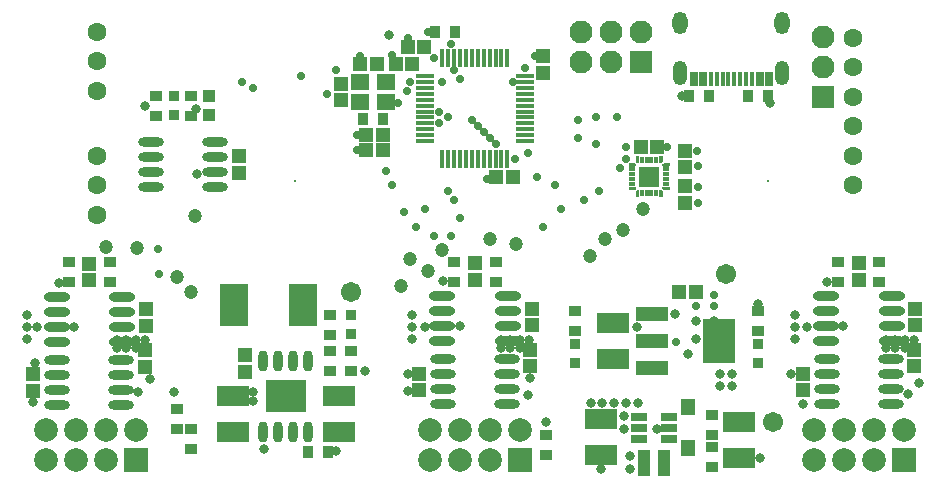
<source format=gbr>
%TF.GenerationSoftware,Altium Limited,Altium Designer,24.0.1 (36)*%
G04 Layer_Color=8388736*
%FSLAX45Y45*%
%MOMM*%
%TF.SameCoordinates,1D19F893-C717-4D0B-B0CE-957F46A24576*%
%TF.FilePolarity,Negative*%
%TF.FileFunction,Soldermask,Top*%
%TF.Part,Single*%
G01*
G75*
%TA.AperFunction,NonConductor*%
%ADD80C,0.25000*%
%TA.AperFunction,SMDPad,CuDef*%
%ADD81C,1.20320*%
%ADD82R,1.15320X1.30320*%
%ADD83R,1.30320X1.15320*%
%ADD84R,1.10320X0.90320*%
%ADD85R,0.65004X1.20002*%
%ADD86R,0.40002X1.20002*%
%ADD87O,2.24820X0.79121*%
%ADD88O,2.15341X0.77160*%
%ADD89R,2.80159X1.73660*%
%ADD90R,0.90160X0.90160*%
%ADD91R,0.30160X0.60660*%
%ADD92R,0.60660X0.30160*%
%ADD93R,1.80160X1.80160*%
%ADD94R,0.90320X1.10320*%
%ADD95O,1.60002X0.37003*%
%ADD96O,0.37003X1.60002*%
%ADD97R,1.60320X1.40320*%
%ADD98R,1.00320X1.00320*%
%ADD99R,1.40320X0.80320*%
%ADD100R,1.05321X2.20320*%
%ADD101R,1.15321X1.40320*%
%ADD102R,2.67320X1.18321*%
%ADD103R,2.67320X3.80319*%
%ADD104C,1.70320*%
%ADD105O,0.80320X1.80320*%
%ADD106R,3.40319X2.70319*%
%ADD107R,2.35321X3.52321*%
%TA.AperFunction,ComponentPad*%
%ADD108O,1.30002X1.90002*%
%ADD109O,1.20002X2.10002*%
%ADD110C,2.00320*%
%ADD111R,2.00320X2.00320*%
%ADD112C,1.95320*%
%ADD113R,1.95320X1.95320*%
%ADD114R,1.95320X1.95320*%
%ADD115C,1.60002*%
%TA.AperFunction,ViaPad*%
%ADD116C,0.20320*%
%ADD117C,0.70320*%
%ADD118C,0.80320*%
G36*
X607976Y-459929D02*
X608476Y-459976D01*
X608489Y-459980D01*
X608502Y-459981D01*
X608968Y-460123D01*
X609439Y-460263D01*
X609450Y-460269D01*
X609463Y-460273D01*
X609887Y-460499D01*
X610327Y-460732D01*
X610338Y-460741D01*
X610349Y-460746D01*
X610727Y-461057D01*
X611107Y-461365D01*
X611115Y-461375D01*
X611126Y-461384D01*
X611442Y-461769D01*
X611749Y-462139D01*
X611755Y-462150D01*
X611763Y-462160D01*
X611986Y-462577D01*
X612227Y-463022D01*
X612231Y-463035D01*
X612237Y-463046D01*
X612374Y-463499D01*
X612523Y-463982D01*
X612524Y-463996D01*
X612528Y-464008D01*
X612575Y-464484D01*
X612627Y-464982D01*
X612677Y-474982D01*
X612676Y-474994D01*
X612678Y-475009D01*
X612627Y-475518D01*
X612584Y-475982D01*
X612580Y-475995D01*
X612579Y-476009D01*
X612437Y-476474D01*
X612297Y-476945D01*
X612290Y-476957D01*
X612287Y-476970D01*
X612074Y-477367D01*
X611828Y-477833D01*
X611818Y-477845D01*
X611813Y-477856D01*
X611535Y-478194D01*
X611195Y-478613D01*
X611183Y-478623D01*
X611175Y-478633D01*
X601178Y-488622D01*
X601177Y-488624D01*
X601175Y-488625D01*
D01*
X601145Y-488650D01*
X600400Y-489261D01*
X599514Y-489734D01*
X599513Y-489735D01*
X599512Y-489735D01*
X598669Y-489991D01*
X598553Y-490026D01*
X598552D01*
X598551Y-490026D01*
X597896Y-490091D01*
X597553Y-490124D01*
X557002D01*
X556002Y-490026D01*
X555041Y-489734D01*
X554155Y-489261D01*
X553378Y-488624D01*
X552741Y-487847D01*
X552267Y-486961D01*
X551976Y-486000D01*
X551877Y-485000D01*
Y-465007D01*
X551976Y-464008D01*
X552267Y-463046D01*
X552741Y-462160D01*
X553378Y-461384D01*
X554155Y-460746D01*
X555041Y-460273D01*
X556002Y-459981D01*
X557002Y-459883D01*
X607502D01*
X607976Y-459929D01*
D02*
G37*
G36*
X625030Y-487326D02*
X625045Y-487325D01*
X635043Y-487383D01*
X635544Y-487436D01*
X636012Y-487482D01*
X636026Y-487486D01*
X636042Y-487488D01*
X636527Y-487638D01*
X636974Y-487773D01*
X636987Y-487780D01*
X637002Y-487785D01*
X637437Y-488021D01*
X637860Y-488247D01*
X637871Y-488257D01*
X637885Y-488264D01*
X638252Y-488569D01*
X638637Y-488884D01*
X638646Y-488896D01*
X638658Y-488906D01*
X638971Y-489291D01*
X639274Y-489661D01*
X639280Y-489673D01*
X639291Y-489686D01*
X639528Y-490136D01*
X639747Y-490547D01*
X639752Y-490561D01*
X639759Y-490575D01*
X639900Y-491051D01*
X640039Y-491508D01*
X640040Y-491523D01*
X640045Y-491538D01*
X640091Y-492036D01*
X640137Y-492508D01*
Y-543011D01*
X640039Y-544011D01*
X639747Y-544972D01*
X639274Y-545858D01*
X638637Y-546635D01*
X637860Y-547272D01*
X636974Y-547745D01*
X636012Y-548037D01*
X635013Y-548136D01*
X615015D01*
X614016Y-548037D01*
X613054Y-547745D01*
X612168Y-547272D01*
X611391Y-546635D01*
X610754Y-545858D01*
X610281Y-544972D01*
X609989Y-544011D01*
X609891Y-543011D01*
Y-502465D01*
X609890Y-502462D01*
X609989Y-501463D01*
X609989Y-501461D01*
Y-501460D01*
X610139Y-500966D01*
X610280Y-500501D01*
X610280Y-500500D01*
X610281Y-500499D01*
X610587Y-499925D01*
X610753Y-499615D01*
X610753Y-499614D01*
X610754Y-499613D01*
X611251Y-499007D01*
X611390Y-498838D01*
X611390Y-498837D01*
X611391Y-498836D01*
X611393Y-498835D01*
X621390Y-488828D01*
X621402Y-488818D01*
X621413Y-488805D01*
X621805Y-488486D01*
X622166Y-488190D01*
X622180Y-488183D01*
X622193Y-488172D01*
X622640Y-487937D01*
X623052Y-487716D01*
X623067Y-487711D01*
X623082Y-487704D01*
X623561Y-487561D01*
X624013Y-487424D01*
X624029Y-487422D01*
X624045Y-487418D01*
X624521Y-487373D01*
X625013Y-487325D01*
X625030Y-487326D01*
D02*
G37*
G36*
X825502Y-487376D02*
X825979Y-487421D01*
X825992Y-487425D01*
X826004Y-487426D01*
X826457Y-487563D01*
X826942Y-487708D01*
X826954Y-487714D01*
X826966Y-487718D01*
X827362Y-487929D01*
X827830Y-488177D01*
X827842Y-488186D01*
X827852Y-488191D01*
X828201Y-488477D01*
X828610Y-488810D01*
X828619Y-488820D01*
X828629Y-488828D01*
X838627Y-498827D01*
X838628Y-498828D01*
X839266Y-499605D01*
X839739Y-500491D01*
X840031Y-501452D01*
X840130Y-502452D01*
X840129Y-502455D01*
Y-543001D01*
X840031Y-544000D01*
X839739Y-544962D01*
X839266Y-545848D01*
X838628Y-546625D01*
X837852Y-547262D01*
X836966Y-547735D01*
X836004Y-548027D01*
X835005Y-548125D01*
X815005D01*
X814005Y-548027D01*
X813044Y-547735D01*
X812158Y-547262D01*
X811381Y-546625D01*
X810744Y-545848D01*
X810270Y-544962D01*
X809979Y-544000D01*
X809880Y-543001D01*
Y-492503D01*
X809927Y-492028D01*
X809973Y-491529D01*
X809977Y-491516D01*
X809979Y-491503D01*
X810120Y-491037D01*
X810260Y-490566D01*
X810266Y-490555D01*
X810270Y-490542D01*
X810497Y-490118D01*
X810729Y-489677D01*
X810738Y-489667D01*
X810744Y-489656D01*
X811054Y-489278D01*
X811363Y-488898D01*
X811372Y-488890D01*
X811381Y-488879D01*
X811766Y-488563D01*
X812136Y-488256D01*
X812148Y-488250D01*
X812158Y-488242D01*
X812574Y-488019D01*
X813019Y-487778D01*
X813033Y-487774D01*
X813044Y-487768D01*
X813496Y-487631D01*
X813980Y-487482D01*
X813993Y-487481D01*
X814005Y-487477D01*
X814481Y-487430D01*
X814979Y-487378D01*
X824979Y-487327D01*
X824991Y-487328D01*
X825005Y-487327D01*
X825502Y-487376D01*
D02*
G37*
G36*
X894003Y-459984D02*
X894964Y-460275D01*
X895850Y-460749D01*
X896627Y-461386D01*
X897264Y-462163D01*
X897738Y-463049D01*
X898029Y-464010D01*
X898128Y-465010D01*
Y-485007D01*
X898029Y-486007D01*
X897738Y-486969D01*
X897264Y-487854D01*
X896627Y-488631D01*
X895850Y-489269D01*
X894964Y-489742D01*
X894003Y-490034D01*
X893003Y-490132D01*
X852454D01*
X852451Y-490132D01*
X851451Y-490034D01*
X850780Y-489830D01*
X850491Y-489742D01*
X850490Y-489742D01*
D01*
X850429Y-489709D01*
X849605Y-489269D01*
X848828Y-488631D01*
X848827Y-488630D01*
X838830Y-478630D01*
X838823Y-478622D01*
X838813Y-478614D01*
X838483Y-478207D01*
X838193Y-477854D01*
X838188Y-477844D01*
X838180Y-477834D01*
X837942Y-477383D01*
X837720Y-476968D01*
X837716Y-476957D01*
X837711Y-476946D01*
X837574Y-476486D01*
X837428Y-476007D01*
X837427Y-475994D01*
X837424Y-475983D01*
X837380Y-475523D01*
X837330Y-475007D01*
X837331Y-474994D01*
X837330Y-474983D01*
X837378Y-464985D01*
X837430Y-464488D01*
X837477Y-464010D01*
X837480Y-463999D01*
X837481Y-463986D01*
X837628Y-463511D01*
X837768Y-463049D01*
X837774Y-463038D01*
X837778Y-463026D01*
X838009Y-462598D01*
X838242Y-462163D01*
X838250Y-462153D01*
X838255Y-462143D01*
X838556Y-461780D01*
X838879Y-461386D01*
X838889Y-461378D01*
X838896Y-461369D01*
X839254Y-461079D01*
X839656Y-460749D01*
X839667Y-460743D01*
X839676Y-460735D01*
X840091Y-460516D01*
X840542Y-460275D01*
X840554Y-460272D01*
X840564Y-460266D01*
X841013Y-460132D01*
X841503Y-459984D01*
X841516Y-459983D01*
X841527Y-459979D01*
X841974Y-459937D01*
X842503Y-459885D01*
X893003D01*
X894003Y-459984D01*
D02*
G37*
G36*
X636000Y-201976D02*
X636961Y-202267D01*
X637847Y-202741D01*
X638624Y-203378D01*
X639261Y-204155D01*
X639735Y-205041D01*
X640026Y-206002D01*
X640125Y-207002D01*
Y-257502D01*
X640078Y-257977D01*
X640031Y-258476D01*
X640027Y-258489D01*
X640026Y-258502D01*
X639885Y-258968D01*
X639744Y-259439D01*
X639738Y-259451D01*
X639735Y-259463D01*
X639508Y-259887D01*
X639276Y-260328D01*
X639267Y-260338D01*
X639261Y-260349D01*
X638951Y-260727D01*
X638642Y-261107D01*
X638632Y-261115D01*
X638624Y-261126D01*
X638238Y-261442D01*
X637869Y-261749D01*
X637857Y-261755D01*
X637847Y-261763D01*
X637431Y-261986D01*
X636985Y-262227D01*
X636972Y-262231D01*
X636961Y-262237D01*
X636509Y-262374D01*
X636025Y-262523D01*
X636012Y-262524D01*
X636000Y-262528D01*
X635523Y-262575D01*
X635026Y-262627D01*
X625026Y-262678D01*
X625014Y-262677D01*
X625000Y-262678D01*
X624503Y-262629D01*
X624026Y-262584D01*
X624013Y-262580D01*
X624000Y-262579D01*
X623548Y-262442D01*
X623063Y-262297D01*
X623051Y-262291D01*
X623039Y-262288D01*
X622643Y-262076D01*
X622175Y-261829D01*
X622163Y-261819D01*
X622153Y-261814D01*
X621804Y-261528D01*
X621394Y-261195D01*
X621386Y-261185D01*
X621376Y-261177D01*
X611378Y-251178D01*
X611376Y-251177D01*
X610739Y-250400D01*
X610265Y-249514D01*
X609974Y-248553D01*
X609875Y-247553D01*
X609875Y-247550D01*
Y-207002D01*
X609974Y-206002D01*
X610265Y-205041D01*
X610739Y-204155D01*
X611376Y-203378D01*
X612153Y-202741D01*
X613039Y-202267D01*
X614000Y-201976D01*
X615000Y-201877D01*
X635000D01*
X636000Y-201976D01*
D02*
G37*
G36*
X598553Y-259974D02*
X599514Y-260266D01*
X600400Y-260739D01*
X601177Y-261376D01*
X611177Y-271377D01*
X611185Y-271386D01*
X611195Y-271395D01*
X611513Y-271787D01*
X611814Y-272153D01*
X611820Y-272164D01*
X611828Y-272175D01*
X612061Y-272615D01*
X612287Y-273039D01*
X612291Y-273052D01*
X612297Y-273063D01*
X612431Y-273512D01*
X612579Y-274000D01*
X612580Y-274015D01*
X612584Y-274026D01*
X612626Y-274476D01*
X612678Y-275000D01*
X612676Y-275014D01*
X612677Y-275026D01*
X612627Y-285026D01*
X612575Y-285529D01*
X612528Y-286000D01*
X612525Y-286012D01*
X612523Y-286026D01*
X612372Y-286516D01*
X612237Y-286961D01*
X612231Y-286972D01*
X612227Y-286985D01*
X611980Y-287441D01*
X611763Y-287847D01*
X611755Y-287857D01*
X611749Y-287869D01*
X611422Y-288262D01*
X611126Y-288624D01*
X611116Y-288632D01*
X611107Y-288643D01*
X610712Y-288964D01*
X610349Y-289261D01*
X610338Y-289267D01*
X610327Y-289276D01*
X609887Y-289508D01*
X609463Y-289735D01*
X609450Y-289739D01*
X609439Y-289745D01*
X608968Y-289885D01*
X608502Y-290026D01*
X608489Y-290028D01*
X608476Y-290031D01*
X607976Y-290078D01*
X607502Y-290125D01*
X557002D01*
X556002Y-290026D01*
X555041Y-289735D01*
X554155Y-289261D01*
X553378Y-288624D01*
X552741Y-287847D01*
X552267Y-286961D01*
X551976Y-286000D01*
X551877Y-285000D01*
Y-265000D01*
X551976Y-264000D01*
X552267Y-263039D01*
X552741Y-262153D01*
X553378Y-261376D01*
X554155Y-260739D01*
X555041Y-260266D01*
X556002Y-259974D01*
X557002Y-259876D01*
X597550D01*
X597553Y-259875D01*
X598553Y-259974D01*
D02*
G37*
G36*
X836004Y-201981D02*
X836966Y-202272D01*
X837852Y-202746D01*
X838628Y-203383D01*
X839266Y-204160D01*
X839739Y-205046D01*
X840031Y-206007D01*
X840129Y-207007D01*
Y-247554D01*
X840130Y-247557D01*
X840031Y-248557D01*
X840031Y-248557D01*
Y-248558D01*
X839881Y-249053D01*
X839740Y-249518D01*
X839739Y-249518D01*
X839739Y-249519D01*
X839266Y-250405D01*
X838628Y-251182D01*
X838627Y-251183D01*
X828629Y-261186D01*
X828619Y-261194D01*
X828609Y-261206D01*
X828206Y-261533D01*
X827853Y-261823D01*
X827841Y-261830D01*
X827829Y-261839D01*
X827382Y-262075D01*
X826967Y-262297D01*
X826953Y-262301D01*
X826940Y-262308D01*
X826486Y-262443D01*
X826006Y-262589D01*
X825990Y-262591D01*
X825978Y-262595D01*
X825526Y-262637D01*
X825006Y-262688D01*
X824991Y-262687D01*
X824977Y-262688D01*
X814977Y-262634D01*
X814475Y-262582D01*
X814005Y-262536D01*
X813992Y-262532D01*
X813978Y-262531D01*
X813488Y-262379D01*
X813044Y-262244D01*
X813032Y-262238D01*
X813018Y-262234D01*
X812567Y-261990D01*
X812158Y-261771D01*
X812147Y-261762D01*
X812135Y-261756D01*
X811745Y-261433D01*
X811381Y-261134D01*
X811373Y-261123D01*
X811362Y-261114D01*
X811047Y-260727D01*
X810744Y-260357D01*
X810737Y-260345D01*
X810728Y-260334D01*
X810499Y-259900D01*
X810270Y-259471D01*
X810266Y-259458D01*
X810260Y-259446D01*
X810120Y-258975D01*
X809979Y-258510D01*
X809977Y-258496D01*
X809973Y-258483D01*
X809927Y-257985D01*
X809880Y-257510D01*
Y-207007D01*
X809979Y-206007D01*
X810270Y-205046D01*
X810744Y-204160D01*
X811381Y-203383D01*
X812158Y-202746D01*
X813044Y-202272D01*
X814005Y-201981D01*
X815005Y-201882D01*
X835005D01*
X836004Y-201981D01*
D02*
G37*
G36*
X852448Y-259888D02*
X892995D01*
X893995Y-259987D01*
X894957Y-260278D01*
X895843Y-260752D01*
X896619Y-261389D01*
X897257Y-262166D01*
X897730Y-263052D01*
X898022Y-264013D01*
X898120Y-265013D01*
Y-285005D01*
X898022Y-286005D01*
X897730Y-286966D01*
X897257Y-287852D01*
X896619Y-288629D01*
X895843Y-289266D01*
X894957Y-289740D01*
X893995Y-290031D01*
X892995Y-290130D01*
X842495D01*
X842020Y-290083D01*
X841522Y-290037D01*
X841509Y-290033D01*
X841495Y-290031D01*
X841030Y-289890D01*
X840559Y-289750D01*
X840547Y-289744D01*
X840534Y-289740D01*
X840105Y-289511D01*
X839671Y-289282D01*
X839660Y-289273D01*
X839648Y-289266D01*
X839278Y-288963D01*
X838891Y-288648D01*
X838882Y-288637D01*
X838871Y-288629D01*
X838562Y-288253D01*
X838249Y-287875D01*
X838243Y-287863D01*
X838234Y-287852D01*
X838005Y-287424D01*
X837771Y-286992D01*
X837767Y-286978D01*
X837761Y-286966D01*
X837624Y-286516D01*
X837474Y-286032D01*
X837473Y-286018D01*
X837469Y-286005D01*
X837423Y-285535D01*
X837370Y-285033D01*
X837317Y-275038D01*
X837318Y-275024D01*
X837317Y-275009D01*
X837366Y-274516D01*
X837410Y-274037D01*
X837415Y-274023D01*
X837416Y-274009D01*
X837553Y-273557D01*
X837697Y-273074D01*
X837704Y-273061D01*
X837708Y-273048D01*
X837925Y-272641D01*
X838165Y-272186D01*
X838175Y-272174D01*
X838181Y-272162D01*
X838462Y-271820D01*
X838799Y-271406D01*
X838811Y-271396D01*
X838819Y-271386D01*
X848819Y-261391D01*
X848821Y-261389D01*
X849597Y-260752D01*
X849597Y-260752D01*
X849598Y-260751D01*
X850096Y-260485D01*
X850483Y-260278D01*
X850484Y-260278D01*
X850484Y-260278D01*
X851446Y-259986D01*
X852446Y-259888D01*
X852448Y-259888D01*
D02*
G37*
D80*
X-775000Y100000D02*
X-574997Y-100003D01*
D81*
X-3608750Y-978750D02*
D03*
X-1300000Y-1075000D02*
D03*
X225000Y-1050000D02*
D03*
X675000Y-650000D02*
D03*
X500000Y-825000D02*
D03*
X350000Y-900000D02*
D03*
X-400000Y-950000D02*
D03*
X-625000Y-900000D02*
D03*
X-1024998Y-995002D02*
D03*
X-1150000Y-1175000D02*
D03*
X-1375000Y-1300000D02*
D03*
X-3150000Y-1350000D02*
D03*
X-3275000Y-1225000D02*
D03*
X-3875000Y-975000D02*
D03*
X-3116443Y-710000D02*
D03*
D82*
X-2749999Y-344999D02*
D03*
Y-204999D02*
D03*
X1025000Y-155000D02*
D03*
Y-295000D02*
D03*
X2500000Y-1250000D02*
D03*
Y-1110000D02*
D03*
X2979490Y-1634500D02*
D03*
Y-1494500D02*
D03*
X2970000Y-1980000D02*
D03*
Y-1840000D02*
D03*
X2025000Y-2043724D02*
D03*
Y-2183724D02*
D03*
X-270510Y-1634500D02*
D03*
Y-1494500D02*
D03*
X-280000Y-1840000D02*
D03*
Y-1980000D02*
D03*
X1025000Y-455000D02*
D03*
Y-595000D02*
D03*
X-1225000Y-2183724D02*
D03*
Y-2043724D02*
D03*
X-750000Y-1110000D02*
D03*
Y-1250000D02*
D03*
X-174999Y645002D02*
D03*
Y504997D02*
D03*
X-1885004Y409999D02*
D03*
Y270000D02*
D03*
X-4015000Y-1115000D02*
D03*
Y-1255000D02*
D03*
X-3535510Y-1639500D02*
D03*
Y-1499500D02*
D03*
X-3545000Y-1845000D02*
D03*
Y-1985000D02*
D03*
X-4490000Y-2188724D02*
D03*
Y-2048724D02*
D03*
X-2700002Y-1889999D02*
D03*
Y-2029999D02*
D03*
D83*
X655000Y-125000D02*
D03*
X795000D02*
D03*
X-429999Y-374999D02*
D03*
X-569999D02*
D03*
X-1420001Y575001D02*
D03*
X-1280001D02*
D03*
X-1720002Y574999D02*
D03*
X-1580002D02*
D03*
X-1669998Y-150002D02*
D03*
X-1529998D02*
D03*
X-1670001Y-25001D02*
D03*
X-1530002D02*
D03*
X-1179998Y724999D02*
D03*
X-1319998D02*
D03*
X981986Y-1352148D02*
D03*
X1121985D02*
D03*
D84*
X-150000Y-2734999D02*
D03*
Y-2565002D02*
D03*
X2325000Y-1095000D02*
D03*
Y-1265000D02*
D03*
X2675000Y-1265000D02*
D03*
Y-1095000D02*
D03*
X1650001Y-1684999D02*
D03*
Y-1515002D02*
D03*
X-575000Y-1095000D02*
D03*
Y-1265000D02*
D03*
X-925000Y-1265000D02*
D03*
Y-1095000D02*
D03*
X-3149998Y309999D02*
D03*
Y140001D02*
D03*
X-3449999Y309999D02*
D03*
Y140001D02*
D03*
X-4190000Y-1270000D02*
D03*
Y-1100000D02*
D03*
X-3150002Y-2684997D02*
D03*
Y-2515000D02*
D03*
X-3275002Y-2340002D02*
D03*
Y-2509999D02*
D03*
X-3840000Y-1100000D02*
D03*
Y-1270000D02*
D03*
X1260000Y-2834999D02*
D03*
Y-2665002D02*
D03*
Y-2395003D02*
D03*
Y-2565000D02*
D03*
X-1975005Y-1849999D02*
D03*
Y-2019996D02*
D03*
X-1975000Y-1719997D02*
D03*
Y-1550000D02*
D03*
X100002Y-1515000D02*
D03*
X-1800000Y-2019997D02*
D03*
X100002Y-1684997D02*
D03*
X-1800000Y-1850000D02*
D03*
D85*
X1101205Y448912D02*
D03*
X1181189D02*
D03*
X1661199D02*
D03*
X1741209D02*
D03*
D86*
X1246188D02*
D03*
X1296201D02*
D03*
X1346213D02*
D03*
X1396200D02*
D03*
X1446213D02*
D03*
X1496200D02*
D03*
X1546187D02*
D03*
X1596200D02*
D03*
D87*
X2777241Y-1770500D02*
D03*
Y-1643500D02*
D03*
Y-1516500D02*
D03*
Y-1389500D02*
D03*
X2222759Y-1770500D02*
D03*
Y-1643500D02*
D03*
Y-1516500D02*
D03*
Y-1389500D02*
D03*
X-1027241D02*
D03*
Y-1516500D02*
D03*
Y-1643500D02*
D03*
Y-1770500D02*
D03*
X-472759Y-1389500D02*
D03*
Y-1516500D02*
D03*
Y-1643500D02*
D03*
Y-1770500D02*
D03*
X-4292241Y-1394500D02*
D03*
Y-1521500D02*
D03*
Y-1648500D02*
D03*
Y-1775500D02*
D03*
X-3737759Y-1394500D02*
D03*
Y-1521500D02*
D03*
Y-1648500D02*
D03*
Y-1775500D02*
D03*
D88*
X2770510Y-2304224D02*
D03*
Y-2177224D02*
D03*
Y-2050224D02*
D03*
Y-1923224D02*
D03*
X2229490Y-2304224D02*
D03*
Y-2177224D02*
D03*
Y-2050224D02*
D03*
Y-1923224D02*
D03*
X-1020510D02*
D03*
Y-2050224D02*
D03*
Y-2177224D02*
D03*
Y-2304224D02*
D03*
X-479490Y-1923224D02*
D03*
Y-2050224D02*
D03*
Y-2177224D02*
D03*
Y-2304224D02*
D03*
X-2954490Y-338501D02*
D03*
X-3495510Y-84501D02*
D03*
Y-211501D02*
D03*
Y-338501D02*
D03*
Y-465501D02*
D03*
X-2954490Y-211501D02*
D03*
Y-465501D02*
D03*
Y-84501D02*
D03*
X-4285510Y-1928225D02*
D03*
Y-2055225D02*
D03*
Y-2182225D02*
D03*
Y-2309225D02*
D03*
X-3744490Y-1928225D02*
D03*
Y-2055225D02*
D03*
Y-2182225D02*
D03*
Y-2309225D02*
D03*
D89*
X1489991Y-2456754D02*
D03*
Y-2760233D02*
D03*
X314992Y-2735235D02*
D03*
Y-2431756D02*
D03*
X416976Y-1921743D02*
D03*
Y-1618263D02*
D03*
X-1900004Y-2233260D02*
D03*
Y-2536739D02*
D03*
X-2800002D02*
D03*
Y-2233260D02*
D03*
D90*
X1649645Y-1795056D02*
D03*
X1650357Y-1954949D02*
D03*
X-3299655Y145041D02*
D03*
X-3300341Y304959D02*
D03*
X-1799289Y-1709893D02*
D03*
X-1800000Y-1550000D02*
D03*
X99644Y-1795052D02*
D03*
X100355Y-1954945D02*
D03*
D91*
X665005Y-517748D02*
D03*
X705010D02*
D03*
X744990D02*
D03*
X784995D02*
D03*
Y-232252D02*
D03*
X744990D02*
D03*
X705010D02*
D03*
X665005D02*
D03*
D92*
X867748Y-434995D02*
D03*
Y-394990D02*
D03*
Y-355010D02*
D03*
Y-315005D02*
D03*
X582252D02*
D03*
Y-355010D02*
D03*
Y-394990D02*
D03*
Y-434995D02*
D03*
D93*
X725000Y-375000D02*
D03*
D94*
X-1084999Y850001D02*
D03*
X-915002D02*
D03*
X-1695006Y114999D02*
D03*
X-1525004D02*
D03*
X1235002Y310001D02*
D03*
X1065000D02*
D03*
X-2160004Y-2709998D02*
D03*
X-1990001D02*
D03*
X1735001Y310001D02*
D03*
X1564999D02*
D03*
D95*
X-1174985Y475011D02*
D03*
Y424999D02*
D03*
Y375011D02*
D03*
Y324999D02*
D03*
Y275012D02*
D03*
Y224999D02*
D03*
Y175012D02*
D03*
Y124999D02*
D03*
Y75012D02*
D03*
Y24999D02*
D03*
Y-24988D02*
D03*
Y-75000D02*
D03*
X-325000D02*
D03*
Y-24988D02*
D03*
Y24999D02*
D03*
Y75012D02*
D03*
Y124999D02*
D03*
Y175012D02*
D03*
Y224999D02*
D03*
Y275012D02*
D03*
Y324999D02*
D03*
Y375011D02*
D03*
Y424999D02*
D03*
Y475011D02*
D03*
D96*
X-1024998Y-224987D02*
D03*
X-974986D02*
D03*
X-924999D02*
D03*
X-874986D02*
D03*
X-824999D02*
D03*
X-774986D02*
D03*
X-724999D02*
D03*
X-674986D02*
D03*
X-624999D02*
D03*
X-574987D02*
D03*
X-524999D02*
D03*
X-474987D02*
D03*
Y624998D02*
D03*
X-524999D02*
D03*
X-574987D02*
D03*
X-624999D02*
D03*
X-674986D02*
D03*
X-724999D02*
D03*
X-774986D02*
D03*
X-824999D02*
D03*
X-874986D02*
D03*
X-924999D02*
D03*
X-974986D02*
D03*
X-1024998D02*
D03*
D97*
X-1500000Y254998D02*
D03*
X-1720015Y425000D02*
D03*
Y254998D02*
D03*
X-1500000Y425000D02*
D03*
D98*
X-3000345Y304944D02*
D03*
X-2999659Y145051D02*
D03*
D99*
X894991Y-2503495D02*
D03*
Y-2598491D02*
D03*
Y-2408499D02*
D03*
X634992D02*
D03*
Y-2503495D02*
D03*
Y-2598491D02*
D03*
D100*
X847986Y-2803500D02*
D03*
X681997D02*
D03*
D101*
X1049999Y-2330000D02*
D03*
Y-2670005D02*
D03*
D102*
X750000Y-1770003D02*
D03*
Y-1540006D02*
D03*
Y-2000000D02*
D03*
D103*
X1316979Y-1770003D02*
D03*
D104*
X1375000Y-1200000D02*
D03*
X1775000Y-2450000D02*
D03*
X-1800000Y-1351030D02*
D03*
D105*
X-2540567Y-1935018D02*
D03*
X-2413567D02*
D03*
X-2286567D02*
D03*
X-2159567D02*
D03*
X-2413567Y-2535017D02*
D03*
X-2286567D02*
D03*
X-2159567D02*
D03*
X-2540567D02*
D03*
D106*
X-2350067Y-2235018D02*
D03*
D107*
X-2208716Y-1459998D02*
D03*
X-2791290D02*
D03*
D108*
X988708Y923917D02*
D03*
X1853705D02*
D03*
D109*
X988708Y503903D02*
D03*
X1853705D02*
D03*
D110*
X2118998Y-2777003D02*
D03*
Y-2523003D02*
D03*
X2372998Y-2777003D02*
D03*
Y-2523003D02*
D03*
X2626998Y-2777003D02*
D03*
Y-2523003D02*
D03*
X2880998D02*
D03*
X-369004D02*
D03*
X-623004D02*
D03*
Y-2777003D02*
D03*
X-877004Y-2523003D02*
D03*
Y-2777003D02*
D03*
X-1131004Y-2523003D02*
D03*
Y-2777003D02*
D03*
X-3619001Y-2523003D02*
D03*
X-3873001D02*
D03*
Y-2777003D02*
D03*
X-4127001Y-2523003D02*
D03*
Y-2777003D02*
D03*
X-4381001Y-2523003D02*
D03*
Y-2777003D02*
D03*
D111*
X2880998D02*
D03*
X-369004D02*
D03*
X-3619001D02*
D03*
D112*
X2200000Y550000D02*
D03*
Y804000D02*
D03*
X654000Y850000D02*
D03*
X400000Y596000D02*
D03*
Y850000D02*
D03*
X146000Y596000D02*
D03*
Y850000D02*
D03*
D113*
X2200000Y296000D02*
D03*
D114*
X654000Y596000D02*
D03*
D115*
X-3950000Y-700028D02*
D03*
Y-450013D02*
D03*
Y-200029D02*
D03*
Y599987D02*
D03*
Y349972D02*
D03*
Y849971D02*
D03*
X2450000Y800034D02*
D03*
Y550025D02*
D03*
Y300013D02*
D03*
Y50023D02*
D03*
Y-199986D02*
D03*
Y-449976D02*
D03*
D116*
X-2270000Y-410000D02*
D03*
X1730000D02*
D03*
D117*
X-1326716Y350000D02*
D03*
X475000Y-300000D02*
D03*
X-1750000Y-150000D02*
D03*
Y-25000D02*
D03*
X525000Y-225000D02*
D03*
X-875000Y450000D02*
D03*
X-1450000Y650000D02*
D03*
X-775000Y100000D02*
D03*
X525000Y-125000D02*
D03*
X-975000Y125000D02*
D03*
X-1050000Y175000D02*
D03*
Y75000D02*
D03*
X125000Y100000D02*
D03*
X-725000Y50000D02*
D03*
X-675000Y0D02*
D03*
X-625000Y-50000D02*
D03*
X-575000Y-100000D02*
D03*
X1140000Y-600000D02*
D03*
Y-460000D02*
D03*
Y-290000D02*
D03*
X1130000Y-160000D02*
D03*
X-330000Y540000D02*
D03*
X-410000Y-230000D02*
D03*
X-2225000Y475000D02*
D03*
X-3431962Y-985000D02*
D03*
X-3425000Y-1200000D02*
D03*
X-1500000Y-325000D02*
D03*
X-1350000Y-675000D02*
D03*
X-425000Y425000D02*
D03*
X-950000Y750000D02*
D03*
X-1149999Y850001D02*
D03*
X-1319998Y794998D02*
D03*
X-1720002Y645002D02*
D03*
X-2000000Y325000D02*
D03*
X-1400000Y250000D02*
D03*
X-650000Y-400000D02*
D03*
X-300000Y-175000D02*
D03*
X-245002Y645002D02*
D03*
X675000Y-425000D02*
D03*
X775000D02*
D03*
Y-325000D02*
D03*
X675000D02*
D03*
X1275000Y-1375000D02*
D03*
Y-1475000D02*
D03*
X1125000D02*
D03*
X950000Y-1775000D02*
D03*
X-1099998Y624998D02*
D03*
X-1025000Y425000D02*
D03*
X875000Y-125000D02*
D03*
X-2725000Y425000D02*
D03*
X-2625000Y375000D02*
D03*
X450000Y125000D02*
D03*
X275000D02*
D03*
Y-100000D02*
D03*
X125000Y-50000D02*
D03*
X300000Y-500000D02*
D03*
X175000Y-575000D02*
D03*
X-1300000Y425000D02*
D03*
X-1925000Y525000D02*
D03*
X-925000D02*
D03*
X-875000Y-725000D02*
D03*
X-175000Y-800000D02*
D03*
X-1250000D02*
D03*
X-1175000Y-650000D02*
D03*
X-925000Y-575000D02*
D03*
X-25000Y-650000D02*
D03*
X-950000Y-875000D02*
D03*
X-1100000D02*
D03*
X-225000Y-375000D02*
D03*
X-1450000Y-450000D02*
D03*
X-75000D02*
D03*
X-975000Y-500000D02*
D03*
D118*
X-2540000Y-2680000D02*
D03*
X-3110000Y200000D02*
D03*
X1930000Y-2050000D02*
D03*
X790000Y-2510000D02*
D03*
X-280000Y-2080000D02*
D03*
X-1320000Y-2050000D02*
D03*
Y-2190000D02*
D03*
X-3500000Y-2090000D02*
D03*
X-3600000Y-2200000D02*
D03*
X-3620000Y-1830000D02*
D03*
X-3780000D02*
D03*
X-3700000D02*
D03*
X-3620000Y-1760000D02*
D03*
X-3780000D02*
D03*
X-3700000D02*
D03*
X-3540000D02*
D03*
Y-1830000D02*
D03*
X2970000D02*
D03*
X2890000D02*
D03*
X2730000D02*
D03*
X2810000D02*
D03*
X2890000Y-1760000D02*
D03*
X2730000D02*
D03*
X2810000D02*
D03*
X2970000D02*
D03*
X-370000Y-1830000D02*
D03*
X-530000D02*
D03*
X-450000D02*
D03*
X-370000Y-1760000D02*
D03*
X-530000D02*
D03*
X-450000D02*
D03*
X-290000D02*
D03*
Y-1830000D02*
D03*
X-150000Y-2450000D02*
D03*
X-1475000Y825000D02*
D03*
X1125000Y-1750000D02*
D03*
X1275000Y-1600000D02*
D03*
X1125000D02*
D03*
X1325000Y-2150000D02*
D03*
Y-2050000D02*
D03*
X1425000Y-2150000D02*
D03*
Y-2050000D02*
D03*
X2025000Y-2300000D02*
D03*
X1050000Y-1875000D02*
D03*
X-3300000Y-2200000D02*
D03*
X-2270000Y-1580000D02*
D03*
X-2150000Y-1460000D02*
D03*
X-2270000D02*
D03*
X-2150000Y-1340000D02*
D03*
X-2270000D02*
D03*
X-1900000Y-2260000D02*
D03*
X-1810000Y-2200000D02*
D03*
X-1980000D02*
D03*
X560000Y-2740000D02*
D03*
Y-2850000D02*
D03*
X510000Y-2510000D02*
D03*
Y-2400000D02*
D03*
X630000Y-2290000D02*
D03*
X530000D02*
D03*
X430000D02*
D03*
X330000D02*
D03*
X230000D02*
D03*
X-4460000Y-1650000D02*
D03*
X-4145000Y-1645000D02*
D03*
X-4540000Y-1650000D02*
D03*
Y-1750000D02*
D03*
Y-1550000D02*
D03*
X-1175000Y-1645000D02*
D03*
X-880000Y-1640000D02*
D03*
X-1280000Y-1650000D02*
D03*
Y-1750000D02*
D03*
Y-1550000D02*
D03*
X1960000D02*
D03*
Y-1750000D02*
D03*
Y-1650000D02*
D03*
X2370000Y-1640000D02*
D03*
X2060000Y-1650000D02*
D03*
X3010000Y-2120000D02*
D03*
X2920000Y-2220000D02*
D03*
X-300000Y-2225000D02*
D03*
X-3544997Y225000D02*
D03*
X-3100000Y-350000D02*
D03*
X-1019260Y-1255740D02*
D03*
X-4275000Y-1275000D02*
D03*
X-4475000Y-1950000D02*
D03*
X-1825000Y-2550000D02*
D03*
X-1975000D02*
D03*
X-1925000Y-2700000D02*
D03*
X-2625000Y-2275000D02*
D03*
Y-2200000D02*
D03*
X-2450000Y-2300000D02*
D03*
X-2250000D02*
D03*
Y-2175000D02*
D03*
X-2450000D02*
D03*
X-1680003Y-2019997D02*
D03*
X1650001Y-1450001D02*
D03*
X2235000Y-1265000D02*
D03*
X1659767Y-2760233D02*
D03*
X315235Y-2855235D02*
D03*
X620000Y-1650000D02*
D03*
X940000Y-1540000D02*
D03*
X1750000Y250000D02*
D03*
X1000002Y310001D02*
D03*
X-4490000Y-2285000D02*
D03*
%TF.MD5,268e077238593d3899a24e23eb9122c5*%
M02*

</source>
